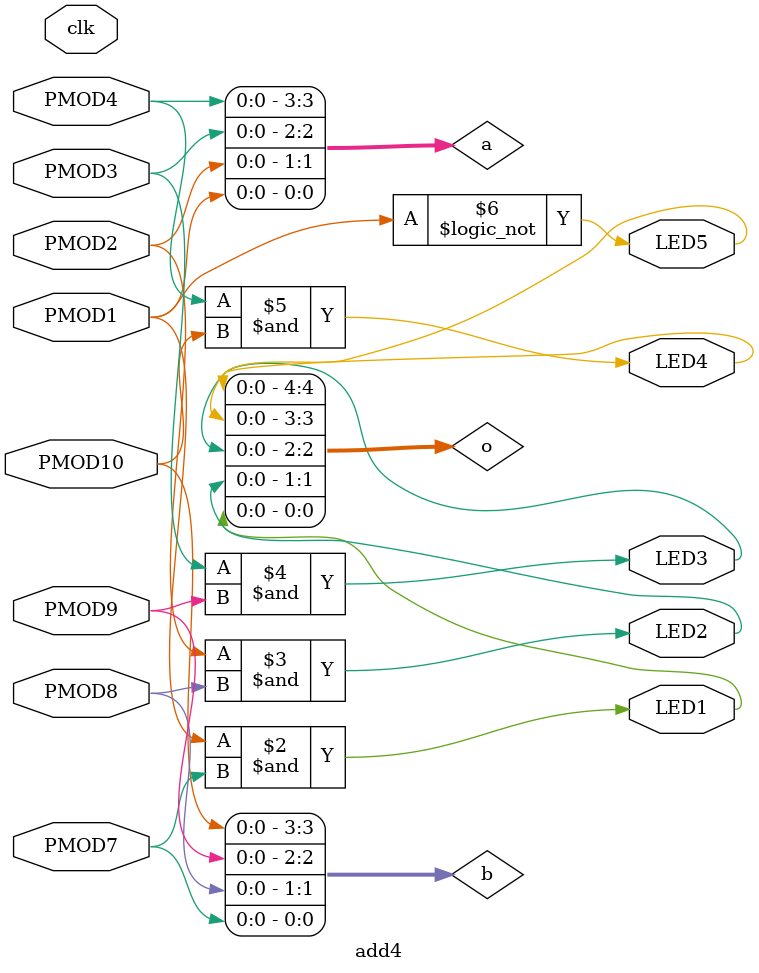
<source format=v>
`default_nettype none
module add4(
    input      clk,
    output     LED1,
    output     LED2,
    output     LED3,
    output     LED4,
    output     LED5,
    input      PMOD1, // input p1
    input      PMOD2, // input p2
    input      PMOD3, // input p3
    input      PMOD4,  // input p4
    input      PMOD7, // will use for section 2
    input      PMOD8, // 
    input      PMOD9, // 
    input      PMOD10  //
    );


// Alias inputs
wire  [3:0] a;
wire  [3:0] b;
wire  [4:0] c; // you will likely use

// Alias outputs
reg   [4:0] o;

// assign inputs to signals with meaningful names
   assign a[0]=PMOD1;
   assign a[1]=PMOD2;
   assign a[2]=PMOD3;
   assign a[3]=PMOD4;

   assign b[0]=PMOD7;
   assign b[1]=PMOD8;
   assign b[2]=PMOD9;
   assign b[3]=PMOD10;
   
   
   always @(*)  // combinational assignment -- always computing
   begin // dummy logic here -- REPLACE WITH YOUR LOGIC
      o[0]<=a[0]&b[0];
      o[1]<=a[1]&b[1];
      o[2]<=a[2]&b[2];
      o[3]<=a[3]&b[3];
      o[4]<=!a[0];
     end

   // Wire up the lights
     assign LED1 = o[0];
     assign LED2 = o[1];
     assign LED3 = o[2];
     assign LED4 = o[3]; 
     assign LED5 = o[4]; 
endmodule

</source>
